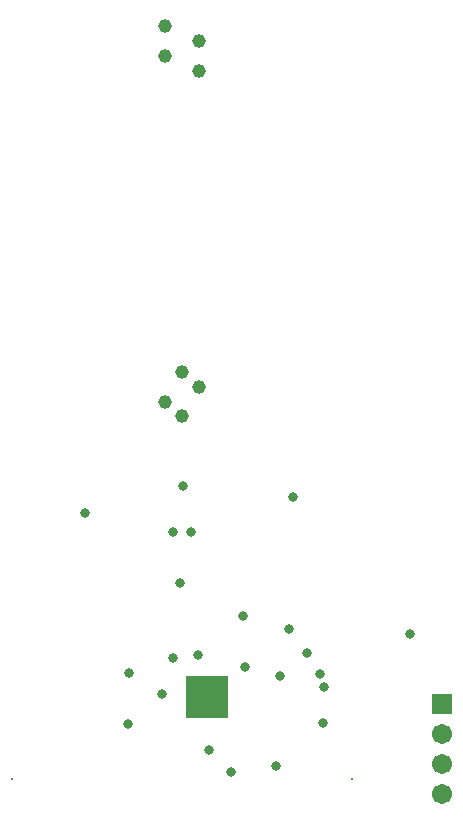
<source format=gbs>
G04*
G04 #@! TF.GenerationSoftware,Altium Limited,Altium Designer,21.3.2 (30)*
G04*
G04 Layer_Color=16711935*
%FSLAX44Y44*%
%MOMM*%
G71*
G04*
G04 #@! TF.SameCoordinates,C0BB7E1C-5EEE-4355-A842-C900462BBBA7*
G04*
G04*
G04 #@! TF.FilePolarity,Negative*
G04*
G01*
G75*
%ADD21R,3.6540X3.6540*%
%ADD28C,1.7040*%
%ADD29R,1.7040X1.7040*%
%ADD30C,1.1600*%
%ADD31C,0.2040*%
%ADD32C,0.8640*%
%ADD33C,0.8040*%
D21*
X260800Y100800D02*
D03*
D28*
X460000Y18800D02*
D03*
Y44200D02*
D03*
Y69600D02*
D03*
D29*
Y95000D02*
D03*
D30*
X240022Y338908D02*
D03*
X225562Y351288D02*
D03*
X240022Y376318D02*
D03*
X254472Y363698D02*
D03*
X254432Y631288D02*
D03*
X225522Y643698D02*
D03*
X254432Y656498D02*
D03*
X225522Y668908D02*
D03*
D31*
X384000Y32000D02*
D03*
X96000D02*
D03*
D32*
X260800Y100800D02*
D03*
X248800Y112800D02*
D03*
X260800D02*
D03*
X272800D02*
D03*
X248800Y100800D02*
D03*
X272800D02*
D03*
X248800Y88800D02*
D03*
X260800D02*
D03*
X272800D02*
D03*
D33*
X432700Y154300D02*
D03*
X262700Y55900D02*
D03*
X292700Y127000D02*
D03*
X356800Y120500D02*
D03*
X223200Y103600D02*
D03*
X238400Y198037D02*
D03*
X195159Y121530D02*
D03*
X194305Y78211D02*
D03*
X280900Y38100D02*
D03*
X319000Y42900D02*
D03*
X359200Y79000D02*
D03*
X359600Y109500D02*
D03*
X322300Y118800D02*
D03*
X345800Y138600D02*
D03*
X330500Y158900D02*
D03*
X291200Y169600D02*
D03*
X231700Y134100D02*
D03*
X253200Y136400D02*
D03*
X157377Y257228D02*
D03*
X333527Y270325D02*
D03*
X246926Y241164D02*
D03*
X232490Y241175D02*
D03*
X240200Y279500D02*
D03*
M02*

</source>
